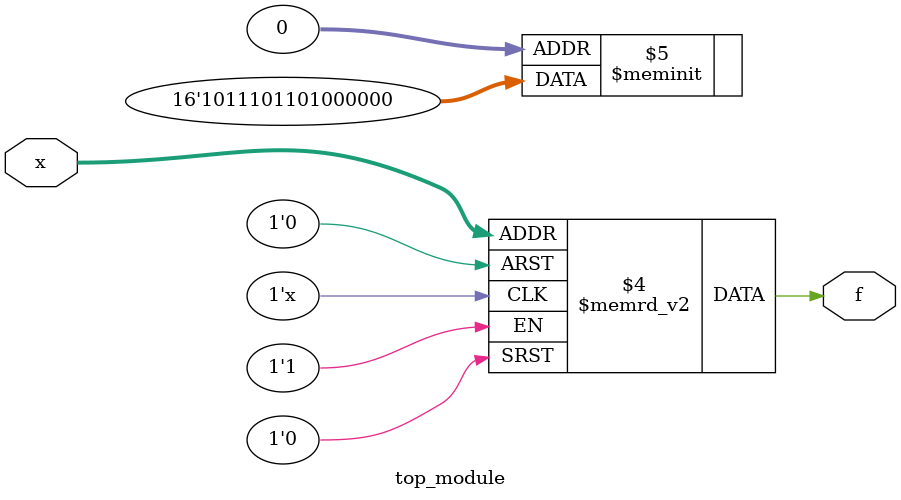
<source format=sv>
module top_module (
    input [4:1] x,
    output logic f
);

always_comb begin
    case (x)
        4'b0000: f = 1'b0;    // d'
        4'b0001: f = 1'b0;
        4'b0010: f = 1'b0;    // d'
        4'b0011: f = 1'b0;    // d'
        4'b0100: f = 1'b0;
        4'b0101: f = 1'b0;    // d'
        4'b0110: f = 1'b1;
        4'b0111: f = 1'b0;
        4'b1000: f = 1'b1;
        4'b1001: f = 1'b1;
        4'b1010: f = 1'b0;
        4'b1011: f = 1'b1;    // d'
        4'b1100: f = 1'b1;
        4'b1101: f = 1'b1;
        4'b1110: f = 1'b0;    // d'
        4'b1111: f = 1'b1;    // d'
        default: f = 1'b0;    // default case for completeness
    endcase
end

endmodule

</source>
